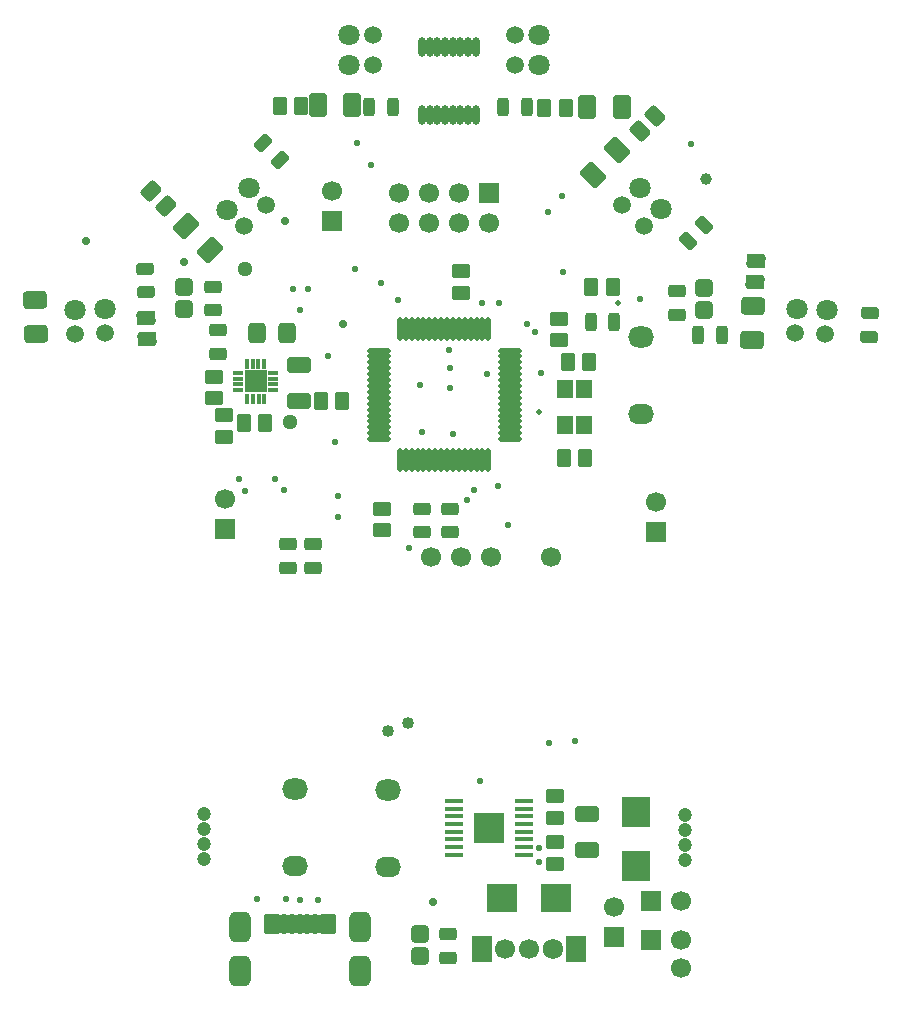
<source format=gts>
G04 Layer_Color=8388736*
%FSLAX24Y24*%
%MOIN*%
G70*
G01*
G75*
%ADD71C,0.0512*%
%ADD72C,0.0394*%
%ADD73C,0.0591*%
%ADD76C,0.0197*%
%ADD80C,0.0220*%
%ADD81C,0.0276*%
%ADD82C,0.0400*%
%ADD83C,0.0280*%
%ADD89R,0.1890X0.0472*%
%ADD90R,0.1890X0.0472*%
%ADD91R,0.1500X0.0600*%
G04:AMPARAMS|DCode=92|XSize=78.7mil|YSize=59.1mil|CornerRadius=10.3mil|HoleSize=0mil|Usage=FLASHONLY|Rotation=178.000|XOffset=0mil|YOffset=0mil|HoleType=Round|Shape=RoundedRectangle|*
%AMROUNDEDRECTD92*
21,1,0.0787,0.0384,0,0,178.0*
21,1,0.0581,0.0591,0,0,178.0*
1,1,0.0207,-0.0283,0.0202*
1,1,0.0207,0.0297,0.0182*
1,1,0.0207,0.0283,-0.0202*
1,1,0.0207,-0.0297,-0.0182*
%
%ADD92ROUNDEDRECTD92*%
G04:AMPARAMS|DCode=93|XSize=78.7mil|YSize=59.1mil|CornerRadius=10.3mil|HoleSize=0mil|Usage=FLASHONLY|Rotation=135.000|XOffset=0mil|YOffset=0mil|HoleType=Round|Shape=RoundedRectangle|*
%AMROUNDEDRECTD93*
21,1,0.0787,0.0384,0,0,135.0*
21,1,0.0581,0.0591,0,0,135.0*
1,1,0.0207,-0.0070,0.0341*
1,1,0.0207,0.0341,-0.0070*
1,1,0.0207,0.0070,-0.0341*
1,1,0.0207,-0.0341,0.0070*
%
%ADD93ROUNDEDRECTD93*%
G04:AMPARAMS|DCode=94|XSize=59.1mil|YSize=39.4mil|CornerRadius=7.9mil|HoleSize=0mil|Usage=FLASHONLY|Rotation=90.000|XOffset=0mil|YOffset=0mil|HoleType=Round|Shape=RoundedRectangle|*
%AMROUNDEDRECTD94*
21,1,0.0591,0.0236,0,0,90.0*
21,1,0.0433,0.0394,0,0,90.0*
1,1,0.0157,0.0118,0.0217*
1,1,0.0157,0.0118,-0.0217*
1,1,0.0157,-0.0118,-0.0217*
1,1,0.0157,-0.0118,0.0217*
%
%ADD94ROUNDEDRECTD94*%
G04:AMPARAMS|DCode=95|XSize=63mil|YSize=47.2mil|CornerRadius=8.9mil|HoleSize=0mil|Usage=FLASHONLY|Rotation=270.000|XOffset=0mil|YOffset=0mil|HoleType=Round|Shape=RoundedRectangle|*
%AMROUNDEDRECTD95*
21,1,0.0630,0.0295,0,0,270.0*
21,1,0.0453,0.0472,0,0,270.0*
1,1,0.0177,-0.0148,-0.0226*
1,1,0.0177,-0.0148,0.0226*
1,1,0.0177,0.0148,0.0226*
1,1,0.0177,0.0148,-0.0226*
%
%ADD95ROUNDEDRECTD95*%
G04:AMPARAMS|DCode=96|XSize=59.1mil|YSize=39.4mil|CornerRadius=7.9mil|HoleSize=0mil|Usage=FLASHONLY|Rotation=0.000|XOffset=0mil|YOffset=0mil|HoleType=Round|Shape=RoundedRectangle|*
%AMROUNDEDRECTD96*
21,1,0.0591,0.0236,0,0,0.0*
21,1,0.0433,0.0394,0,0,0.0*
1,1,0.0157,0.0217,-0.0118*
1,1,0.0157,-0.0217,-0.0118*
1,1,0.0157,-0.0217,0.0118*
1,1,0.0157,0.0217,0.0118*
%
%ADD96ROUNDEDRECTD96*%
%ADD97O,0.0236X0.0669*%
%ADD98R,0.0945X0.1024*%
%ADD99R,0.0532X0.0630*%
G04:AMPARAMS|DCode=100|XSize=78.7mil|YSize=53.2mil|CornerRadius=9.6mil|HoleSize=0mil|Usage=FLASHONLY|Rotation=0.000|XOffset=0mil|YOffset=0mil|HoleType=Round|Shape=RoundedRectangle|*
%AMROUNDEDRECTD100*
21,1,0.0787,0.0340,0,0,0.0*
21,1,0.0595,0.0532,0,0,0.0*
1,1,0.0192,0.0298,-0.0170*
1,1,0.0192,-0.0298,-0.0170*
1,1,0.0192,-0.0298,0.0170*
1,1,0.0192,0.0298,0.0170*
%
%ADD100ROUNDEDRECTD100*%
%ADD101O,0.0197X0.0787*%
%ADD102O,0.0787X0.0197*%
G04:AMPARAMS|DCode=103|XSize=78.7mil|YSize=59.1mil|CornerRadius=10.3mil|HoleSize=0mil|Usage=FLASHONLY|Rotation=90.000|XOffset=0mil|YOffset=0mil|HoleType=Round|Shape=RoundedRectangle|*
%AMROUNDEDRECTD103*
21,1,0.0787,0.0384,0,0,90.0*
21,1,0.0581,0.0591,0,0,90.0*
1,1,0.0207,0.0192,0.0290*
1,1,0.0207,0.0192,-0.0290*
1,1,0.0207,-0.0192,-0.0290*
1,1,0.0207,-0.0192,0.0290*
%
%ADD103ROUNDEDRECTD103*%
G04:AMPARAMS|DCode=104|XSize=78.7mil|YSize=59.1mil|CornerRadius=10.3mil|HoleSize=0mil|Usage=FLASHONLY|Rotation=45.000|XOffset=0mil|YOffset=0mil|HoleType=Round|Shape=RoundedRectangle|*
%AMROUNDEDRECTD104*
21,1,0.0787,0.0384,0,0,45.0*
21,1,0.0581,0.0591,0,0,45.0*
1,1,0.0207,0.0341,0.0070*
1,1,0.0207,-0.0070,-0.0341*
1,1,0.0207,-0.0341,-0.0070*
1,1,0.0207,0.0070,0.0341*
%
%ADD104ROUNDEDRECTD104*%
G04:AMPARAMS|DCode=105|XSize=78.7mil|YSize=59.1mil|CornerRadius=10.3mil|HoleSize=0mil|Usage=FLASHONLY|Rotation=2.000|XOffset=0mil|YOffset=0mil|HoleType=Round|Shape=RoundedRectangle|*
%AMROUNDEDRECTD105*
21,1,0.0787,0.0384,0,0,2.0*
21,1,0.0581,0.0591,0,0,2.0*
1,1,0.0207,0.0297,-0.0182*
1,1,0.0207,-0.0283,-0.0202*
1,1,0.0207,-0.0297,0.0182*
1,1,0.0207,0.0283,0.0202*
%
%ADD105ROUNDEDRECTD105*%
%ADD106R,0.1024X0.0945*%
%ADD107R,0.0154X0.0331*%
%ADD108R,0.0331X0.0154*%
%ADD109R,0.0717X0.0717*%
G04:AMPARAMS|DCode=110|XSize=63mil|YSize=47.2mil|CornerRadius=8.9mil|HoleSize=0mil|Usage=FLASHONLY|Rotation=0.000|XOffset=0mil|YOffset=0mil|HoleType=Round|Shape=RoundedRectangle|*
%AMROUNDEDRECTD110*
21,1,0.0630,0.0295,0,0,0.0*
21,1,0.0453,0.0472,0,0,0.0*
1,1,0.0177,0.0226,-0.0148*
1,1,0.0177,-0.0226,-0.0148*
1,1,0.0177,-0.0226,0.0148*
1,1,0.0177,0.0226,0.0148*
%
%ADD110ROUNDEDRECTD110*%
G04:AMPARAMS|DCode=111|XSize=66.9mil|YSize=21.7mil|CornerRadius=5.3mil|HoleSize=0mil|Usage=FLASHONLY|Rotation=90.000|XOffset=0mil|YOffset=0mil|HoleType=Round|Shape=RoundedRectangle|*
%AMROUNDEDRECTD111*
21,1,0.0669,0.0110,0,0,90.0*
21,1,0.0563,0.0217,0,0,90.0*
1,1,0.0106,0.0055,0.0282*
1,1,0.0106,0.0055,-0.0282*
1,1,0.0106,-0.0055,-0.0282*
1,1,0.0106,-0.0055,0.0282*
%
%ADD111ROUNDEDRECTD111*%
G04:AMPARAMS|DCode=112|XSize=66.9mil|YSize=55.1mil|CornerRadius=8.7mil|HoleSize=0mil|Usage=FLASHONLY|Rotation=90.000|XOffset=0mil|YOffset=0mil|HoleType=Round|Shape=RoundedRectangle|*
%AMROUNDEDRECTD112*
21,1,0.0669,0.0378,0,0,90.0*
21,1,0.0496,0.0551,0,0,90.0*
1,1,0.0173,0.0189,0.0248*
1,1,0.0173,0.0189,-0.0248*
1,1,0.0173,-0.0189,-0.0248*
1,1,0.0173,-0.0189,0.0248*
%
%ADD112ROUNDEDRECTD112*%
G04:AMPARAMS|DCode=113|XSize=57.9mil|YSize=57.9mil|CornerRadius=10.2mil|HoleSize=0mil|Usage=FLASHONLY|Rotation=90.000|XOffset=0mil|YOffset=0mil|HoleType=Round|Shape=RoundedRectangle|*
%AMROUNDEDRECTD113*
21,1,0.0579,0.0375,0,0,90.0*
21,1,0.0375,0.0579,0,0,90.0*
1,1,0.0204,0.0188,0.0188*
1,1,0.0204,0.0188,-0.0188*
1,1,0.0204,-0.0188,-0.0188*
1,1,0.0204,-0.0188,0.0188*
%
%ADD113ROUNDEDRECTD113*%
%ADD114R,0.1009X0.1048*%
%ADD115R,0.0591X0.0178*%
G04:AMPARAMS|DCode=116|XSize=63mil|YSize=47.2mil|CornerRadius=8.9mil|HoleSize=0mil|Usage=FLASHONLY|Rotation=358.000|XOffset=0mil|YOffset=0mil|HoleType=Round|Shape=RoundedRectangle|*
%AMROUNDEDRECTD116*
21,1,0.0630,0.0295,0,0,358.0*
21,1,0.0453,0.0472,0,0,358.0*
1,1,0.0177,0.0221,-0.0155*
1,1,0.0177,-0.0231,-0.0140*
1,1,0.0177,-0.0221,0.0155*
1,1,0.0177,0.0231,0.0140*
%
%ADD116ROUNDEDRECTD116*%
G04:AMPARAMS|DCode=117|XSize=63mil|YSize=47.2mil|CornerRadius=8.9mil|HoleSize=0mil|Usage=FLASHONLY|Rotation=315.000|XOffset=0mil|YOffset=0mil|HoleType=Round|Shape=RoundedRectangle|*
%AMROUNDEDRECTD117*
21,1,0.0630,0.0295,0,0,315.0*
21,1,0.0453,0.0472,0,0,315.0*
1,1,0.0177,0.0056,-0.0264*
1,1,0.0177,-0.0264,0.0056*
1,1,0.0177,-0.0056,0.0264*
1,1,0.0177,0.0264,-0.0056*
%
%ADD117ROUNDEDRECTD117*%
G04:AMPARAMS|DCode=118|XSize=63mil|YSize=47.2mil|CornerRadius=8.9mil|HoleSize=0mil|Usage=FLASHONLY|Rotation=45.000|XOffset=0mil|YOffset=0mil|HoleType=Round|Shape=RoundedRectangle|*
%AMROUNDEDRECTD118*
21,1,0.0630,0.0295,0,0,45.0*
21,1,0.0453,0.0472,0,0,45.0*
1,1,0.0177,0.0264,0.0056*
1,1,0.0177,-0.0056,-0.0264*
1,1,0.0177,-0.0264,-0.0056*
1,1,0.0177,0.0056,0.0264*
%
%ADD118ROUNDEDRECTD118*%
G04:AMPARAMS|DCode=119|XSize=63mil|YSize=47.2mil|CornerRadius=8.9mil|HoleSize=0mil|Usage=FLASHONLY|Rotation=182.000|XOffset=0mil|YOffset=0mil|HoleType=Round|Shape=RoundedRectangle|*
%AMROUNDEDRECTD119*
21,1,0.0630,0.0295,0,0,182.0*
21,1,0.0453,0.0472,0,0,182.0*
1,1,0.0177,-0.0231,0.0140*
1,1,0.0177,0.0221,0.0155*
1,1,0.0177,0.0231,-0.0140*
1,1,0.0177,-0.0221,-0.0155*
%
%ADD119ROUNDEDRECTD119*%
G04:AMPARAMS|DCode=120|XSize=59.1mil|YSize=39.4mil|CornerRadius=7.9mil|HoleSize=0mil|Usage=FLASHONLY|Rotation=358.000|XOffset=0mil|YOffset=0mil|HoleType=Round|Shape=RoundedRectangle|*
%AMROUNDEDRECTD120*
21,1,0.0591,0.0236,0,0,358.0*
21,1,0.0433,0.0394,0,0,358.0*
1,1,0.0157,0.0212,-0.0126*
1,1,0.0157,-0.0221,-0.0110*
1,1,0.0157,-0.0212,0.0126*
1,1,0.0157,0.0221,0.0110*
%
%ADD120ROUNDEDRECTD120*%
G04:AMPARAMS|DCode=121|XSize=59.1mil|YSize=39.4mil|CornerRadius=7.9mil|HoleSize=0mil|Usage=FLASHONLY|Rotation=135.000|XOffset=0mil|YOffset=0mil|HoleType=Round|Shape=RoundedRectangle|*
%AMROUNDEDRECTD121*
21,1,0.0591,0.0236,0,0,135.0*
21,1,0.0433,0.0394,0,0,135.0*
1,1,0.0157,-0.0070,0.0237*
1,1,0.0157,0.0237,-0.0070*
1,1,0.0157,0.0070,-0.0237*
1,1,0.0157,-0.0237,0.0070*
%
%ADD121ROUNDEDRECTD121*%
G04:AMPARAMS|DCode=122|XSize=59.1mil|YSize=39.4mil|CornerRadius=7.9mil|HoleSize=0mil|Usage=FLASHONLY|Rotation=225.000|XOffset=0mil|YOffset=0mil|HoleType=Round|Shape=RoundedRectangle|*
%AMROUNDEDRECTD122*
21,1,0.0591,0.0236,0,0,225.0*
21,1,0.0433,0.0394,0,0,225.0*
1,1,0.0157,-0.0237,-0.0070*
1,1,0.0157,0.0070,0.0237*
1,1,0.0157,0.0237,0.0070*
1,1,0.0157,-0.0070,-0.0237*
%
%ADD122ROUNDEDRECTD122*%
G04:AMPARAMS|DCode=123|XSize=59.1mil|YSize=39.4mil|CornerRadius=7.9mil|HoleSize=0mil|Usage=FLASHONLY|Rotation=182.000|XOffset=0mil|YOffset=0mil|HoleType=Round|Shape=RoundedRectangle|*
%AMROUNDEDRECTD123*
21,1,0.0591,0.0236,0,0,182.0*
21,1,0.0433,0.0394,0,0,182.0*
1,1,0.0157,-0.0221,0.0110*
1,1,0.0157,0.0212,0.0126*
1,1,0.0157,0.0221,-0.0110*
1,1,0.0157,-0.0212,-0.0126*
%
%ADD123ROUNDEDRECTD123*%
G04:AMPARAMS|DCode=124|XSize=65mil|YSize=57.1mil|CornerRadius=8.9mil|HoleSize=0mil|Usage=FLASHONLY|Rotation=90.000|XOffset=0mil|YOffset=0mil|HoleType=Round|Shape=RoundedRectangle|*
%AMROUNDEDRECTD124*
21,1,0.0650,0.0394,0,0,90.0*
21,1,0.0472,0.0571,0,0,90.0*
1,1,0.0177,0.0197,0.0236*
1,1,0.0177,0.0197,-0.0236*
1,1,0.0177,-0.0197,-0.0236*
1,1,0.0177,-0.0197,0.0236*
%
%ADD124ROUNDEDRECTD124*%
%ADD125O,0.0866X0.0709*%
%ADD126O,0.0866X0.0669*%
%ADD127C,0.0709*%
%ADD128C,0.0472*%
%ADD129C,0.0669*%
%ADD130R,0.0669X0.0866*%
%ADD131C,0.0679*%
%ADD132C,0.0276*%
%ADD133R,0.0669X0.0669*%
%ADD134R,0.0669X0.0669*%
G04:AMPARAMS|DCode=135|XSize=102.4mil|YSize=70.9mil|CornerRadius=19.7mil|HoleSize=0mil|Usage=FLASHONLY|Rotation=90.000|XOffset=0mil|YOffset=0mil|HoleType=Round|Shape=RoundedRectangle|*
%AMROUNDEDRECTD135*
21,1,0.1024,0.0315,0,0,90.0*
21,1,0.0630,0.0709,0,0,90.0*
1,1,0.0394,0.0157,0.0315*
1,1,0.0394,0.0157,-0.0315*
1,1,0.0394,-0.0157,-0.0315*
1,1,0.0394,-0.0157,0.0315*
%
%ADD135ROUNDEDRECTD135*%
D71*
X-6631Y24181D02*
D03*
X-5150Y19100D02*
D03*
D72*
X8720Y27190D02*
D03*
D73*
X11705Y22065D02*
D03*
X12704Y22030D02*
D03*
X5946Y26338D02*
D03*
X6653Y25631D02*
D03*
X2362Y31996D02*
D03*
Y30996D02*
D03*
X-2362D02*
D03*
Y31996D02*
D03*
X-6653Y25631D02*
D03*
X-5946Y26338D02*
D03*
X-12311Y22030D02*
D03*
X-11311Y22065D02*
D03*
D76*
X5783Y23051D02*
D03*
X3149Y19413D02*
D03*
D80*
X180Y21490D02*
D03*
X-5050Y23531D02*
D03*
X3040Y22110D02*
D03*
X302Y18704D02*
D03*
X-720Y18767D02*
D03*
X-4790Y22820D02*
D03*
X-6630Y16800D02*
D03*
X8220Y28360D02*
D03*
X-1170Y14880D02*
D03*
X3460Y26080D02*
D03*
X2780Y22360D02*
D03*
X4380Y8460D02*
D03*
X3510Y8390D02*
D03*
X-4810Y3160D02*
D03*
X-6240Y3190D02*
D03*
X-4200Y3165D02*
D03*
X-5280Y3200D02*
D03*
X1270Y23070D02*
D03*
X-2450Y27670D02*
D03*
X-2900Y28390D02*
D03*
X983Y16830D02*
D03*
X780Y16486D02*
D03*
X-5350Y16820D02*
D03*
X-5620Y17190D02*
D03*
X-6840D02*
D03*
X-3650Y18420D02*
D03*
X3930Y26630D02*
D03*
X-4540Y23520D02*
D03*
X3240Y20740D02*
D03*
X3960Y24110D02*
D03*
X2130Y15660D02*
D03*
X1810Y16970D02*
D03*
X1190Y7120D02*
D03*
X210Y20230D02*
D03*
X190Y20890D02*
D03*
X1430Y20680D02*
D03*
X-3520Y15930D02*
D03*
X-3550Y16640D02*
D03*
X-810Y20320D02*
D03*
X6530Y23190D02*
D03*
X-2960Y24190D02*
D03*
X1840Y23050D02*
D03*
X-1550Y23170D02*
D03*
X-2090Y23720D02*
D03*
X-3880Y21280D02*
D03*
X3150Y4880D02*
D03*
X3160Y4440D02*
D03*
D81*
X-384Y3090D02*
D03*
D82*
X-1190Y9060D02*
D03*
X-1870Y8790D02*
D03*
D83*
X-5310Y25790D02*
D03*
X-3370Y22360D02*
D03*
X-11920Y25140D02*
D03*
X-8661Y24429D02*
D03*
X1290Y5370D02*
D03*
X1690Y5770D02*
D03*
Y5370D02*
D03*
X1290Y5770D02*
D03*
D89*
X161Y31602D02*
D03*
D90*
Y29318D02*
D03*
D91*
X-4810Y2370D02*
D03*
D92*
X10270Y21819D02*
D03*
X10310Y22961D02*
D03*
D93*
X4971Y27345D02*
D03*
X5779Y28153D02*
D03*
D94*
X4892Y22442D02*
D03*
X5679D02*
D03*
X9260Y21979D02*
D03*
X8473D02*
D03*
X1979Y29590D02*
D03*
X2766D02*
D03*
X-2494Y29610D02*
D03*
X-1706D02*
D03*
D95*
X4911Y23605D02*
D03*
X5620D02*
D03*
X-3396Y19780D02*
D03*
X-4104D02*
D03*
X3342Y29570D02*
D03*
X4051D02*
D03*
X-5464Y29630D02*
D03*
X-4756D02*
D03*
X3986Y17900D02*
D03*
X4694D02*
D03*
X4824Y21100D02*
D03*
X4116D02*
D03*
X-6684Y19060D02*
D03*
X-5976D02*
D03*
D96*
X-740Y16204D02*
D03*
Y15416D02*
D03*
X190Y16204D02*
D03*
Y15416D02*
D03*
X7750Y23454D02*
D03*
Y22666D02*
D03*
X-7700Y23604D02*
D03*
Y22816D02*
D03*
X-7550Y22164D02*
D03*
Y21376D02*
D03*
X140Y2028D02*
D03*
Y1241D02*
D03*
X-4370Y14226D02*
D03*
Y15014D02*
D03*
X-5190Y15024D02*
D03*
Y14236D02*
D03*
D97*
X1057Y29318D02*
D03*
X545D02*
D03*
X801D02*
D03*
X545Y31602D02*
D03*
X801D02*
D03*
X1057D02*
D03*
X289D02*
D03*
X33D02*
D03*
X-223D02*
D03*
X-479D02*
D03*
X33Y29318D02*
D03*
X-223D02*
D03*
X-479D02*
D03*
X-735D02*
D03*
Y31602D02*
D03*
X289Y29318D02*
D03*
D98*
X6410Y4308D02*
D03*
Y6111D02*
D03*
D99*
X4650Y20181D02*
D03*
X4020D02*
D03*
Y19000D02*
D03*
X4650D02*
D03*
D100*
X4764Y6025D02*
D03*
Y4844D02*
D03*
X-4830Y20991D02*
D03*
Y19809D02*
D03*
D101*
X-689Y22185D02*
D03*
X-492D02*
D03*
X-295D02*
D03*
X-98D02*
D03*
X98D02*
D03*
X295D02*
D03*
X492D02*
D03*
X689D02*
D03*
X886D02*
D03*
X1083D02*
D03*
X1280D02*
D03*
X1476D02*
D03*
X689Y17815D02*
D03*
X492D02*
D03*
X295D02*
D03*
X98D02*
D03*
X-98D02*
D03*
X-295D02*
D03*
X-492D02*
D03*
X-689D02*
D03*
X-886D02*
D03*
X-1083D02*
D03*
X-1280D02*
D03*
X-1476D02*
D03*
X886D02*
D03*
X1083D02*
D03*
X1280D02*
D03*
X1476D02*
D03*
X-886Y22185D02*
D03*
X-1083D02*
D03*
X-1280D02*
D03*
X-1476D02*
D03*
D102*
X2185Y20689D02*
D03*
Y20492D02*
D03*
Y20295D02*
D03*
Y20098D02*
D03*
Y19902D02*
D03*
Y19705D02*
D03*
Y19508D02*
D03*
Y19311D02*
D03*
Y19114D02*
D03*
Y18917D02*
D03*
Y18720D02*
D03*
Y18524D02*
D03*
X-2185Y19311D02*
D03*
Y19508D02*
D03*
Y19705D02*
D03*
Y19902D02*
D03*
Y20098D02*
D03*
Y20295D02*
D03*
Y20492D02*
D03*
Y20689D02*
D03*
Y20886D02*
D03*
Y21083D02*
D03*
Y21280D02*
D03*
Y21476D02*
D03*
Y19114D02*
D03*
Y18917D02*
D03*
Y18720D02*
D03*
Y18524D02*
D03*
X2185Y20886D02*
D03*
Y21083D02*
D03*
Y21280D02*
D03*
Y21476D02*
D03*
D103*
X4779Y29590D02*
D03*
X5921D02*
D03*
X-4211Y29650D02*
D03*
X-3069D02*
D03*
D104*
X-8604Y25624D02*
D03*
X-7796Y24816D02*
D03*
D105*
X-13650Y23171D02*
D03*
X-13610Y22029D02*
D03*
D106*
X1918Y3220D02*
D03*
X3721D02*
D03*
D107*
X-6579Y21018D02*
D03*
X-6382D02*
D03*
X-6189D02*
D03*
X-5989D02*
D03*
X-6579Y19876D02*
D03*
X-5989D02*
D03*
X-6185D02*
D03*
X-6382D02*
D03*
D108*
X-6855Y20151D02*
D03*
Y20348D02*
D03*
Y20545D02*
D03*
Y20742D02*
D03*
X-5713Y20151D02*
D03*
Y20348D02*
D03*
Y20742D02*
D03*
Y20545D02*
D03*
D109*
X-6284Y20447D02*
D03*
D110*
X-2080Y15496D02*
D03*
Y16204D02*
D03*
X3820Y21826D02*
D03*
Y22534D02*
D03*
X550Y23406D02*
D03*
Y24114D02*
D03*
X3690Y5084D02*
D03*
Y4376D02*
D03*
X3703Y5910D02*
D03*
Y6619D02*
D03*
X-7320Y19314D02*
D03*
Y18606D02*
D03*
X-7667Y20597D02*
D03*
Y19888D02*
D03*
D111*
X-4298Y2375D02*
D03*
X-4554D02*
D03*
X-4810D02*
D03*
X-5066D02*
D03*
X-5322D02*
D03*
D112*
X-3885D02*
D03*
X-5735D02*
D03*
D113*
X8670Y22815D02*
D03*
Y23565D02*
D03*
X-8661Y22853D02*
D03*
Y23603D02*
D03*
X-790Y2035D02*
D03*
Y1285D02*
D03*
D114*
X1490Y5570D02*
D03*
D115*
X2651Y6466D02*
D03*
Y6210D02*
D03*
Y5954D02*
D03*
Y5698D02*
D03*
Y5442D02*
D03*
Y5186D02*
D03*
Y4930D02*
D03*
Y4674D02*
D03*
X329D02*
D03*
Y4930D02*
D03*
Y5186D02*
D03*
Y5442D02*
D03*
Y5698D02*
D03*
Y5954D02*
D03*
Y6210D02*
D03*
Y6466D02*
D03*
D116*
X10402Y24474D02*
D03*
X10378Y23766D02*
D03*
D117*
X7031Y29281D02*
D03*
X6529Y28779D02*
D03*
D118*
X-9761Y26811D02*
D03*
X-9259Y26309D02*
D03*
D119*
X-9898Y21856D02*
D03*
X-9922Y22564D02*
D03*
D120*
X14184Y22713D02*
D03*
X14156Y21927D02*
D03*
D121*
X8122Y25112D02*
D03*
X8678Y25668D02*
D03*
D122*
X-5472Y27832D02*
D03*
X-6028Y28388D02*
D03*
D123*
X-9936Y23417D02*
D03*
X-9964Y24203D02*
D03*
D124*
X-5248Y22050D02*
D03*
X-6232D02*
D03*
D125*
X6573Y21936D02*
D03*
X-4960Y6859D02*
D03*
X-1870Y6829D02*
D03*
D126*
X6573Y19377D02*
D03*
X-4960Y4300D02*
D03*
X-1870Y4270D02*
D03*
D127*
X11750Y22857D02*
D03*
X12750Y22823D02*
D03*
X6526Y26894D02*
D03*
X7234Y26186D02*
D03*
X3160Y31980D02*
D03*
Y30980D02*
D03*
X-3170Y31000D02*
D03*
Y32000D02*
D03*
X-7224Y26176D02*
D03*
X-6516Y26884D02*
D03*
X-12310Y22813D02*
D03*
X-11310Y22847D02*
D03*
D128*
X8040Y5990D02*
D03*
Y5490D02*
D03*
Y4990D02*
D03*
Y4490D02*
D03*
X-7990Y4530D02*
D03*
Y5030D02*
D03*
Y5530D02*
D03*
Y6030D02*
D03*
D129*
X-420Y14590D02*
D03*
X580D02*
D03*
X1580D02*
D03*
X3580D02*
D03*
X2835Y1540D02*
D03*
X2047D02*
D03*
X5670Y2940D02*
D03*
X7910Y3130D02*
D03*
X-3720Y26780D02*
D03*
X1500Y25720D02*
D03*
X500Y26720D02*
D03*
Y25720D02*
D03*
X-500Y26720D02*
D03*
Y25720D02*
D03*
X-1500Y26720D02*
D03*
Y25720D02*
D03*
X7890Y880D02*
D03*
X-7290Y16520D02*
D03*
X7060Y16420D02*
D03*
X7900Y1820D02*
D03*
D130*
X4410Y1540D02*
D03*
X1260D02*
D03*
D131*
X3622D02*
D03*
D132*
X-6087Y20644D02*
D03*
Y20250D02*
D03*
X-6481Y20644D02*
D03*
Y20250D02*
D03*
D133*
X5670Y1940D02*
D03*
X-3720Y25780D02*
D03*
X-7290Y15520D02*
D03*
X7060Y15420D02*
D03*
D134*
X6910Y3130D02*
D03*
X1500Y26720D02*
D03*
X6900Y1820D02*
D03*
D135*
X-6818Y800D02*
D03*
X-2802D02*
D03*
Y2257D02*
D03*
X-6818D02*
D03*
M02*

</source>
